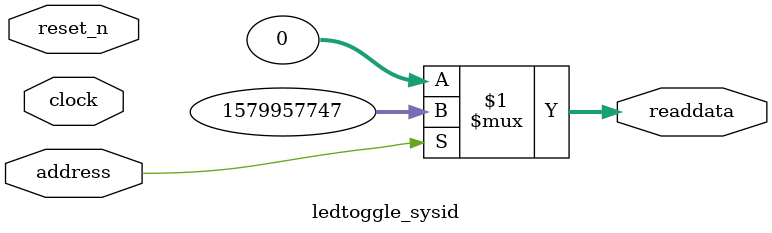
<source format=v>



// synthesis translate_off
`timescale 1ns / 1ps
// synthesis translate_on

// turn off superfluous verilog processor warnings 
// altera message_level Level1 
// altera message_off 10034 10035 10036 10037 10230 10240 10030 

module ledtoggle_sysid (
               // inputs:
                address,
                clock,
                reset_n,

               // outputs:
                readdata
             )
;

  output  [ 31: 0] readdata;
  input            address;
  input            clock;
  input            reset_n;

  wire    [ 31: 0] readdata;
  //control_slave, which is an e_avalon_slave
  assign readdata = address ? 1579957747 : 0;

endmodule



</source>
